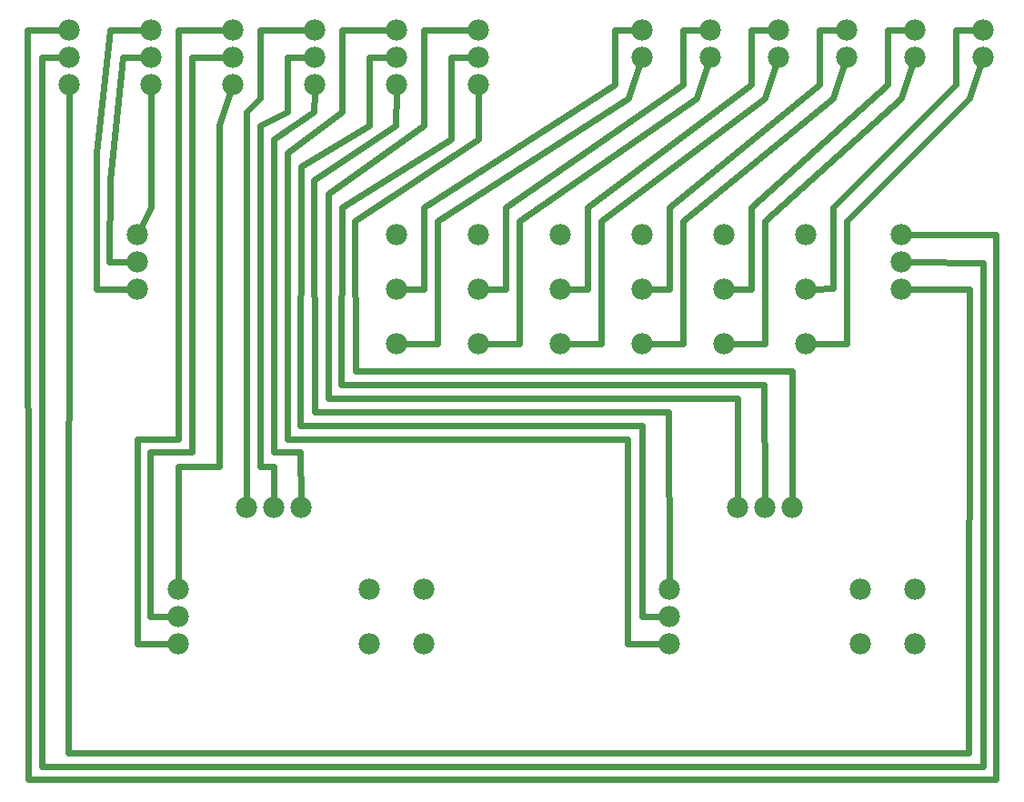
<source format=gbl>
G04 MADE WITH FRITZING*
G04 WWW.FRITZING.ORG*
G04 DOUBLE SIDED*
G04 HOLES PLATED*
G04 CONTOUR ON CENTER OF CONTOUR VECTOR*
%ASAXBY*%
%FSLAX23Y23*%
%MOIN*%
%OFA0B0*%
%SFA1.0B1.0*%
%ADD10C,0.078000*%
%ADD11C,0.024000*%
%LNCOPPER0*%
G90*
G70*
G54D10*
X1153Y1463D03*
X1053Y1463D03*
X953Y1463D03*
X2953Y1463D03*
X2853Y1463D03*
X2753Y1463D03*
X703Y1163D03*
X703Y1063D03*
X703Y963D03*
X2503Y1163D03*
X2503Y1063D03*
X2503Y963D03*
X3203Y1163D03*
X3203Y963D03*
X1403Y1163D03*
X1403Y963D03*
X3403Y1163D03*
X3403Y963D03*
X1603Y1163D03*
X1603Y963D03*
X3003Y2463D03*
X3003Y2263D03*
X3003Y2063D03*
X2403Y2463D03*
X2403Y2263D03*
X2403Y2063D03*
X2703Y2463D03*
X2703Y2263D03*
X2703Y2063D03*
X2103Y2463D03*
X2103Y2263D03*
X2103Y2063D03*
X1803Y2463D03*
X1803Y2263D03*
X1803Y2063D03*
X1503Y2463D03*
X1503Y2263D03*
X1503Y2063D03*
X303Y3213D03*
X303Y3113D03*
X303Y3013D03*
X1503Y3213D03*
X1503Y3113D03*
X1503Y3013D03*
X1803Y3213D03*
X1803Y3113D03*
X1803Y3013D03*
X603Y3213D03*
X603Y3113D03*
X603Y3013D03*
X1203Y3213D03*
X1203Y3113D03*
X1203Y3013D03*
X903Y3213D03*
X903Y3113D03*
X903Y3013D03*
X3153Y3213D03*
X3153Y3113D03*
X2903Y3213D03*
X2903Y3113D03*
X3403Y3213D03*
X3403Y3113D03*
X2653Y3213D03*
X2653Y3113D03*
X2403Y3213D03*
X2403Y3113D03*
X3653Y3213D03*
X3653Y3113D03*
X553Y2463D03*
X553Y2363D03*
X553Y2263D03*
X3353Y2463D03*
X3353Y2363D03*
X3353Y2263D03*
G54D11*
X3603Y2963D02*
X3153Y2513D01*
D02*
X3153Y2513D02*
X3153Y2063D01*
D02*
X3153Y2063D02*
X3033Y2063D01*
D02*
X3644Y3085D02*
X3603Y2963D01*
D02*
X3554Y3213D02*
X3554Y3013D01*
D02*
X3104Y2563D02*
X3104Y2265D01*
D02*
X3554Y3013D02*
X3104Y2563D01*
D02*
X3104Y2265D02*
X3033Y2264D01*
D02*
X3623Y3213D02*
X3554Y3213D01*
D02*
X2853Y2062D02*
X2853Y2514D01*
D02*
X2853Y2514D02*
X3353Y2963D01*
D02*
X3353Y2963D02*
X3394Y3085D01*
D02*
X2733Y2063D02*
X2853Y2062D01*
D02*
X3304Y3013D02*
X2803Y2564D01*
D02*
X3304Y3213D02*
X3304Y3013D01*
D02*
X2803Y2264D02*
X2733Y2264D01*
D02*
X2803Y2564D02*
X2803Y2264D01*
D02*
X3373Y3213D02*
X3304Y3213D01*
D02*
X2553Y2514D02*
X2553Y2062D01*
D02*
X3104Y2963D02*
X2553Y2514D01*
D02*
X3144Y3085D02*
X3104Y2963D01*
D02*
X2553Y2062D02*
X2433Y2063D01*
D02*
X2503Y2564D02*
X2503Y2264D01*
D02*
X3054Y3213D02*
X3054Y3013D01*
D02*
X3054Y3013D02*
X2503Y2564D01*
D02*
X2503Y2264D02*
X2433Y2264D01*
D02*
X3123Y3213D02*
X3054Y3213D01*
D02*
X2854Y2963D02*
X2253Y2514D01*
D02*
X2253Y2514D02*
X2253Y2062D01*
D02*
X2253Y2062D02*
X2133Y2063D01*
D02*
X2894Y3085D02*
X2854Y2963D01*
D02*
X2204Y2564D02*
X2204Y2264D01*
D02*
X2804Y3013D02*
X2204Y2564D01*
D02*
X2804Y3213D02*
X2804Y3013D01*
D02*
X2204Y2264D02*
X2133Y2264D01*
D02*
X2873Y3213D02*
X2804Y3213D01*
D02*
X1954Y2062D02*
X1833Y2063D01*
D02*
X1954Y2514D02*
X1954Y2062D01*
D02*
X2644Y3085D02*
X2604Y2963D01*
D02*
X2604Y2963D02*
X1954Y2514D01*
D02*
X1904Y2264D02*
X1833Y2264D01*
D02*
X1904Y2564D02*
X1904Y2264D01*
D02*
X2554Y3213D02*
X2554Y3013D01*
D02*
X2554Y3013D02*
X1904Y2564D01*
D02*
X2623Y3213D02*
X2554Y3213D01*
D02*
X1654Y2513D02*
X1654Y2062D01*
D02*
X1654Y2062D02*
X1533Y2063D01*
D02*
X2354Y2963D02*
X1654Y2513D01*
D02*
X2394Y3085D02*
X2354Y2963D01*
D02*
X2304Y3013D02*
X1604Y2564D01*
D02*
X2304Y3213D02*
X2304Y3013D01*
D02*
X2373Y3213D02*
X2304Y3213D01*
D02*
X1604Y2564D02*
X1604Y2264D01*
D02*
X1604Y2264D02*
X1533Y2264D01*
D02*
X1803Y2814D02*
X1352Y2514D01*
D02*
X1353Y1964D02*
X2954Y1964D01*
D02*
X1352Y2514D02*
X1353Y1964D01*
D02*
X2954Y1964D02*
X2953Y1493D01*
D02*
X1803Y2983D02*
X1803Y2814D01*
D02*
X1703Y3112D02*
X1703Y2814D01*
D02*
X1304Y2562D02*
X1302Y1913D01*
D02*
X1703Y2814D02*
X1304Y2562D01*
D02*
X1773Y3113D02*
X1703Y3112D01*
D02*
X1302Y1913D02*
X2852Y1913D01*
D02*
X2852Y1913D02*
X2853Y1493D01*
D02*
X1604Y3214D02*
X1604Y2863D01*
D02*
X1604Y2863D02*
X1253Y2613D01*
D02*
X1253Y2613D02*
X1254Y1862D01*
D02*
X2754Y1862D02*
X2753Y1493D01*
D02*
X1773Y3213D02*
X1604Y3214D01*
D02*
X1254Y1862D02*
X2754Y1862D01*
D02*
X1202Y2664D02*
X1203Y1814D01*
D02*
X1203Y1814D02*
X2502Y1814D01*
D02*
X1502Y2863D02*
X1202Y2664D01*
D02*
X2502Y1814D02*
X2503Y1193D01*
D02*
X1503Y2983D02*
X1502Y2863D01*
D02*
X1152Y1763D02*
X2403Y1763D01*
D02*
X1403Y2863D02*
X1154Y2712D01*
D02*
X1403Y3112D02*
X1403Y2863D01*
D02*
X1154Y2712D02*
X1152Y1763D01*
D02*
X2403Y1063D02*
X2473Y1063D01*
D02*
X1473Y3113D02*
X1403Y3112D01*
D02*
X2403Y1763D02*
X2403Y1063D01*
D02*
X1304Y2913D02*
X1103Y2763D01*
D02*
X1304Y3214D02*
X1304Y2913D01*
D02*
X1103Y2763D02*
X1105Y1712D01*
D02*
X1105Y1712D02*
X2352Y1712D01*
D02*
X2352Y964D02*
X2473Y963D01*
D02*
X1473Y3213D02*
X1304Y3214D01*
D02*
X2352Y1712D02*
X2352Y964D01*
D02*
X1152Y1665D02*
X1153Y1493D01*
D02*
X1054Y1665D02*
X1152Y1665D01*
D02*
X1054Y2814D02*
X1054Y1665D01*
D02*
X1202Y2913D02*
X1054Y2814D01*
D02*
X1203Y2983D02*
X1202Y2913D01*
D02*
X1103Y2913D02*
X1003Y2863D01*
D02*
X1003Y2863D02*
X1003Y1614D01*
D02*
X1054Y1614D02*
X1053Y1493D01*
D02*
X1103Y3112D02*
X1103Y2913D01*
D02*
X1173Y3113D02*
X1103Y3112D01*
D02*
X1003Y1614D02*
X1054Y1614D01*
D02*
X1003Y2964D02*
X953Y2913D01*
D02*
X1003Y3214D02*
X1003Y2964D01*
D02*
X953Y2913D02*
X953Y1493D01*
D02*
X1173Y3213D02*
X1003Y3214D01*
D02*
X704Y1614D02*
X703Y1193D01*
D02*
X855Y2863D02*
X853Y1614D01*
D02*
X853Y1614D02*
X704Y1614D01*
D02*
X894Y2985D02*
X855Y2863D01*
D02*
X754Y1665D02*
X602Y1665D01*
D02*
X602Y1665D02*
X602Y1063D01*
D02*
X754Y3113D02*
X754Y1665D01*
D02*
X602Y1063D02*
X673Y1063D01*
D02*
X873Y3113D02*
X754Y3113D01*
D02*
X554Y1712D02*
X554Y964D01*
D02*
X704Y1712D02*
X554Y1712D01*
D02*
X554Y964D02*
X673Y963D01*
D02*
X873Y3213D02*
X704Y3212D01*
D02*
X704Y3212D02*
X704Y1712D01*
D02*
X604Y2562D02*
X567Y2490D01*
D02*
X603Y2983D02*
X604Y2562D01*
D02*
X454Y2664D02*
X452Y2362D01*
D02*
X502Y3112D02*
X454Y2664D01*
D02*
X452Y2362D02*
X523Y2363D01*
D02*
X573Y3113D02*
X502Y3112D01*
D02*
X404Y2764D02*
X404Y2263D01*
D02*
X454Y3214D02*
X404Y2764D01*
D02*
X573Y3213D02*
X454Y3214D01*
D02*
X404Y2263D02*
X523Y2263D01*
D02*
X205Y3113D02*
X204Y514D01*
D02*
X204Y514D02*
X3653Y514D01*
D02*
X3653Y514D02*
X3653Y2361D01*
D02*
X3653Y2361D02*
X3383Y2363D01*
D02*
X273Y3113D02*
X205Y3113D01*
D02*
X3601Y562D02*
X3603Y2263D01*
D02*
X302Y563D02*
X3601Y562D01*
D02*
X3603Y2263D02*
X3383Y2263D01*
D02*
X303Y2983D02*
X302Y563D01*
D02*
X155Y465D02*
X3702Y465D01*
D02*
X152Y3212D02*
X155Y465D01*
D02*
X3702Y465D02*
X3702Y2464D01*
D02*
X273Y3213D02*
X152Y3212D01*
D02*
X3702Y2464D02*
X3383Y2463D01*
G04 End of Copper0*
M02*
</source>
